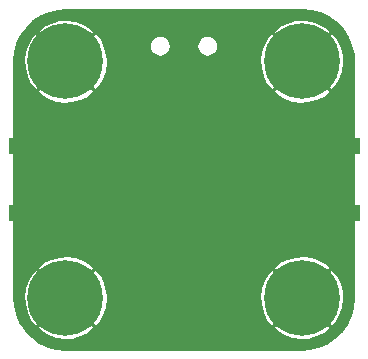
<source format=gbr>
G04 #@! TF.GenerationSoftware,KiCad,Pcbnew,(5.1.2)-1*
G04 #@! TF.CreationDate,2019-06-19T11:16:05+10:00*
G04 #@! TF.ProjectId,Ecal,4563616c-2e6b-4696-9361-645f70636258,rev?*
G04 #@! TF.SameCoordinates,Original*
G04 #@! TF.FileFunction,Copper,L2,Bot*
G04 #@! TF.FilePolarity,Positive*
%FSLAX46Y46*%
G04 Gerber Fmt 4.6, Leading zero omitted, Abs format (unit mm)*
G04 Created by KiCad (PCBNEW (5.1.2)-1) date 2019-06-19 11:16:05*
%MOMM*%
%LPD*%
G04 APERTURE LIST*
%ADD10C,0.600000*%
%ADD11R,4.200000X1.350000*%
%ADD12C,0.800000*%
%ADD13C,6.400000*%
%ADD14C,0.250000*%
G04 APERTURE END LIST*
D10*
X95300000Y-119250000D03*
X94300000Y-119250000D03*
X94300000Y-120250000D03*
X95300000Y-120250000D03*
X94800000Y-119750000D03*
D11*
X112800000Y-122825000D03*
X112800000Y-117175000D03*
X87300000Y-117175000D03*
X87300000Y-122825000D03*
D12*
X111697056Y-128302944D03*
X110000000Y-127600000D03*
X108302944Y-128302944D03*
X107600000Y-130000000D03*
X108302944Y-131697056D03*
X110000000Y-132400000D03*
X111697056Y-131697056D03*
X112400000Y-130000000D03*
D13*
X110000000Y-130000000D03*
D12*
X91697056Y-128302944D03*
X90000000Y-127600000D03*
X88302944Y-128302944D03*
X87600000Y-130000000D03*
X88302944Y-131697056D03*
X90000000Y-132400000D03*
X91697056Y-131697056D03*
X92400000Y-130000000D03*
D13*
X90000000Y-130000000D03*
D12*
X91697056Y-108302944D03*
X90000000Y-107600000D03*
X88302944Y-108302944D03*
X87600000Y-110000000D03*
X88302944Y-111697056D03*
X90000000Y-112400000D03*
X91697056Y-111697056D03*
X92400000Y-110000000D03*
D13*
X90000000Y-110000000D03*
D12*
X111697056Y-108302944D03*
X110000000Y-107600000D03*
X108302944Y-108302944D03*
X107600000Y-110000000D03*
X108302944Y-111697056D03*
X110000000Y-112400000D03*
X111697056Y-111697056D03*
X112400000Y-110000000D03*
D13*
X110000000Y-110000000D03*
D12*
X104000000Y-106600000D03*
X101200000Y-106600000D03*
X98800000Y-106600000D03*
X96000000Y-106600000D03*
D10*
X94000000Y-133000000D03*
X97000000Y-133000000D03*
X100000000Y-133000000D03*
X103000000Y-133000000D03*
X106000000Y-133000000D03*
X100000000Y-127000000D03*
X97000000Y-127000000D03*
X94000000Y-127000000D03*
X103000000Y-127000000D03*
X106000000Y-127000000D03*
X97000000Y-130000000D03*
X106000000Y-130000000D03*
X103000000Y-130000000D03*
X100000000Y-130000000D03*
X94000000Y-130000000D03*
X106000000Y-124000000D03*
X103000000Y-124000000D03*
X100000000Y-124000000D03*
X97000000Y-124000000D03*
X94000000Y-124000000D03*
X94000000Y-115000000D03*
X94000000Y-112000000D03*
X97000000Y-112000000D03*
X91000000Y-115000000D03*
X88000000Y-115000000D03*
X91000000Y-118000000D03*
X91000000Y-124000000D03*
X109000000Y-124000000D03*
X109000000Y-115000000D03*
X112000000Y-115000000D03*
X110500000Y-121000000D03*
X109750000Y-121000000D03*
X109000000Y-121000000D03*
X108250000Y-121000000D03*
X107500000Y-121000000D03*
X106750000Y-121000000D03*
X106000000Y-121000000D03*
X105250000Y-121000000D03*
X103000000Y-121000000D03*
X103750000Y-121000000D03*
X104500000Y-121000000D03*
X105250000Y-119000000D03*
X103000000Y-119000000D03*
X110500000Y-119000000D03*
X108250000Y-119000000D03*
X109000000Y-119000000D03*
X104500000Y-119000000D03*
X103750000Y-119000000D03*
X109750000Y-119000000D03*
X107500000Y-119000000D03*
X106750000Y-119000000D03*
X106000000Y-119000000D03*
X102250000Y-119000000D03*
X101400000Y-119150000D03*
X100900000Y-119650000D03*
X100400000Y-120150000D03*
X99900000Y-120650000D03*
X99400000Y-121150000D03*
X102450000Y-121450000D03*
X101950000Y-121950000D03*
X101450000Y-122450000D03*
X100950000Y-122950000D03*
X100250000Y-123250000D03*
X99500000Y-123500000D03*
X98750000Y-123500000D03*
X98000000Y-123500000D03*
X98750000Y-121250000D03*
X98000000Y-121250000D03*
X95500000Y-123100000D03*
X94750000Y-122500000D03*
X113750000Y-117500000D03*
X112250000Y-117500000D03*
X110750000Y-117500000D03*
X111500000Y-117500000D03*
X113000000Y-117500000D03*
X95050000Y-115250000D03*
X105000000Y-115200000D03*
X98700000Y-110400000D03*
X99600000Y-117300000D03*
X102100000Y-115100000D03*
X102100000Y-116100000D03*
X100700000Y-113500000D03*
X99500000Y-113500000D03*
X102100000Y-117200000D03*
X114500000Y-117500000D03*
X110750000Y-122500000D03*
X113000000Y-122500000D03*
X114500000Y-122500000D03*
X112250000Y-122500000D03*
X111500000Y-122500000D03*
X113750000Y-122500000D03*
X85500000Y-122500000D03*
X88500000Y-122500000D03*
X89250000Y-122500000D03*
X87000000Y-122500000D03*
X87750000Y-122500000D03*
X86250000Y-122500000D03*
X87000000Y-117500000D03*
X88500000Y-117500000D03*
X87750000Y-117500000D03*
X89250000Y-117500000D03*
X85500000Y-117500000D03*
X86250000Y-117500000D03*
X98600000Y-116500000D03*
X106000000Y-112000000D03*
X106000000Y-109000000D03*
X94000000Y-109000000D03*
D14*
G36*
X110769864Y-105721292D02*
G01*
X111515389Y-105925245D01*
X112213013Y-106257995D01*
X112840689Y-106709026D01*
X113378579Y-107264085D01*
X113809671Y-107905618D01*
X114120345Y-108613354D01*
X114301980Y-109369917D01*
X114350000Y-110023829D01*
X114350001Y-129971038D01*
X114278708Y-130769865D01*
X114074755Y-131515389D01*
X113742005Y-132213013D01*
X113290972Y-132840692D01*
X112735916Y-133378579D01*
X112094383Y-133809670D01*
X111386650Y-134120344D01*
X110630083Y-134301980D01*
X109976171Y-134350000D01*
X90028951Y-134350000D01*
X89230135Y-134278708D01*
X88484611Y-134074755D01*
X87786987Y-133742005D01*
X87159308Y-133290972D01*
X86621421Y-132735916D01*
X86448300Y-132478283D01*
X87525253Y-132478283D01*
X87887570Y-132911763D01*
X88496217Y-133267929D01*
X89162653Y-133498510D01*
X89861267Y-133594645D01*
X90565213Y-133552640D01*
X91247438Y-133374110D01*
X91881725Y-133065914D01*
X92112430Y-132911763D01*
X92474747Y-132478283D01*
X107525253Y-132478283D01*
X107887570Y-132911763D01*
X108496217Y-133267929D01*
X109162653Y-133498510D01*
X109861267Y-133594645D01*
X110565213Y-133552640D01*
X111247438Y-133374110D01*
X111881725Y-133065914D01*
X112112430Y-132911763D01*
X112474747Y-132478283D01*
X110000000Y-130003536D01*
X107525253Y-132478283D01*
X92474747Y-132478283D01*
X90000000Y-130003536D01*
X87525253Y-132478283D01*
X86448300Y-132478283D01*
X86190330Y-132094383D01*
X85879656Y-131386650D01*
X85698020Y-130630083D01*
X85650000Y-129976171D01*
X85650000Y-129861267D01*
X86405355Y-129861267D01*
X86447360Y-130565213D01*
X86625890Y-131247438D01*
X86934086Y-131881725D01*
X87088237Y-132112430D01*
X87521717Y-132474747D01*
X89996464Y-130000000D01*
X90003536Y-130000000D01*
X92478283Y-132474747D01*
X92911763Y-132112430D01*
X93267929Y-131503783D01*
X93498510Y-130837347D01*
X93594645Y-130138733D01*
X93578089Y-129861267D01*
X106405355Y-129861267D01*
X106447360Y-130565213D01*
X106625890Y-131247438D01*
X106934086Y-131881725D01*
X107088237Y-132112430D01*
X107521717Y-132474747D01*
X109996464Y-130000000D01*
X110003536Y-130000000D01*
X112478283Y-132474747D01*
X112911763Y-132112430D01*
X113267929Y-131503783D01*
X113498510Y-130837347D01*
X113594645Y-130138733D01*
X113552640Y-129434787D01*
X113374110Y-128752562D01*
X113065914Y-128118275D01*
X112911763Y-127887570D01*
X112478283Y-127525253D01*
X110003536Y-130000000D01*
X109996464Y-130000000D01*
X107521717Y-127525253D01*
X107088237Y-127887570D01*
X106732071Y-128496217D01*
X106501490Y-129162653D01*
X106405355Y-129861267D01*
X93578089Y-129861267D01*
X93552640Y-129434787D01*
X93374110Y-128752562D01*
X93065914Y-128118275D01*
X92911763Y-127887570D01*
X92478283Y-127525253D01*
X90003536Y-130000000D01*
X89996464Y-130000000D01*
X87521717Y-127525253D01*
X87088237Y-127887570D01*
X86732071Y-128496217D01*
X86501490Y-129162653D01*
X86405355Y-129861267D01*
X85650000Y-129861267D01*
X85650000Y-127521717D01*
X87525253Y-127521717D01*
X90000000Y-129996464D01*
X92474747Y-127521717D01*
X107525253Y-127521717D01*
X110000000Y-129996464D01*
X112474747Y-127521717D01*
X112112430Y-127088237D01*
X111503783Y-126732071D01*
X110837347Y-126501490D01*
X110138733Y-126405355D01*
X109434787Y-126447360D01*
X108752562Y-126625890D01*
X108118275Y-126934086D01*
X107887570Y-127088237D01*
X107525253Y-127521717D01*
X92474747Y-127521717D01*
X92112430Y-127088237D01*
X91503783Y-126732071D01*
X90837347Y-126501490D01*
X90138733Y-126405355D01*
X89434787Y-126447360D01*
X88752562Y-126625890D01*
X88118275Y-126934086D01*
X87887570Y-127088237D01*
X87525253Y-127521717D01*
X85650000Y-127521717D01*
X85650000Y-112478283D01*
X87525253Y-112478283D01*
X87887570Y-112911763D01*
X88496217Y-113267929D01*
X89162653Y-113498510D01*
X89861267Y-113594645D01*
X90565213Y-113552640D01*
X91247438Y-113374110D01*
X91881725Y-113065914D01*
X92112430Y-112911763D01*
X92474747Y-112478283D01*
X107525253Y-112478283D01*
X107887570Y-112911763D01*
X108496217Y-113267929D01*
X109162653Y-113498510D01*
X109861267Y-113594645D01*
X110565213Y-113552640D01*
X111247438Y-113374110D01*
X111881725Y-113065914D01*
X112112430Y-112911763D01*
X112474747Y-112478283D01*
X110000000Y-110003536D01*
X107525253Y-112478283D01*
X92474747Y-112478283D01*
X90000000Y-110003536D01*
X87525253Y-112478283D01*
X85650000Y-112478283D01*
X85650000Y-110028951D01*
X85664965Y-109861267D01*
X86405355Y-109861267D01*
X86447360Y-110565213D01*
X86625890Y-111247438D01*
X86934086Y-111881725D01*
X87088237Y-112112430D01*
X87521717Y-112474747D01*
X89996464Y-110000000D01*
X90003536Y-110000000D01*
X92478283Y-112474747D01*
X92911763Y-112112430D01*
X93267929Y-111503783D01*
X93498510Y-110837347D01*
X93594645Y-110138733D01*
X93578089Y-109861267D01*
X106405355Y-109861267D01*
X106447360Y-110565213D01*
X106625890Y-111247438D01*
X106934086Y-111881725D01*
X107088237Y-112112430D01*
X107521717Y-112474747D01*
X109996464Y-110000000D01*
X110003536Y-110000000D01*
X112478283Y-112474747D01*
X112911763Y-112112430D01*
X113267929Y-111503783D01*
X113498510Y-110837347D01*
X113594645Y-110138733D01*
X113552640Y-109434787D01*
X113374110Y-108752562D01*
X113065914Y-108118275D01*
X112911763Y-107887570D01*
X112478283Y-107525253D01*
X110003536Y-110000000D01*
X109996464Y-110000000D01*
X107521717Y-107525253D01*
X107088237Y-107887570D01*
X106732071Y-108496217D01*
X106501490Y-109162653D01*
X106405355Y-109861267D01*
X93578089Y-109861267D01*
X93552640Y-109434787D01*
X93374110Y-108752562D01*
X93294586Y-108588895D01*
X97075000Y-108588895D01*
X97075000Y-108771105D01*
X97110547Y-108949813D01*
X97180275Y-109118152D01*
X97281505Y-109269653D01*
X97410347Y-109398495D01*
X97561848Y-109499725D01*
X97730187Y-109569453D01*
X97908895Y-109605000D01*
X98091105Y-109605000D01*
X98269813Y-109569453D01*
X98438152Y-109499725D01*
X98589653Y-109398495D01*
X98718495Y-109269653D01*
X98819725Y-109118152D01*
X98889453Y-108949813D01*
X98925000Y-108771105D01*
X98925000Y-108588895D01*
X101075000Y-108588895D01*
X101075000Y-108771105D01*
X101110547Y-108949813D01*
X101180275Y-109118152D01*
X101281505Y-109269653D01*
X101410347Y-109398495D01*
X101561848Y-109499725D01*
X101730187Y-109569453D01*
X101908895Y-109605000D01*
X102091105Y-109605000D01*
X102269813Y-109569453D01*
X102438152Y-109499725D01*
X102589653Y-109398495D01*
X102718495Y-109269653D01*
X102819725Y-109118152D01*
X102889453Y-108949813D01*
X102925000Y-108771105D01*
X102925000Y-108588895D01*
X102889453Y-108410187D01*
X102819725Y-108241848D01*
X102718495Y-108090347D01*
X102589653Y-107961505D01*
X102438152Y-107860275D01*
X102269813Y-107790547D01*
X102091105Y-107755000D01*
X101908895Y-107755000D01*
X101730187Y-107790547D01*
X101561848Y-107860275D01*
X101410347Y-107961505D01*
X101281505Y-108090347D01*
X101180275Y-108241848D01*
X101110547Y-108410187D01*
X101075000Y-108588895D01*
X98925000Y-108588895D01*
X98889453Y-108410187D01*
X98819725Y-108241848D01*
X98718495Y-108090347D01*
X98589653Y-107961505D01*
X98438152Y-107860275D01*
X98269813Y-107790547D01*
X98091105Y-107755000D01*
X97908895Y-107755000D01*
X97730187Y-107790547D01*
X97561848Y-107860275D01*
X97410347Y-107961505D01*
X97281505Y-108090347D01*
X97180275Y-108241848D01*
X97110547Y-108410187D01*
X97075000Y-108588895D01*
X93294586Y-108588895D01*
X93065914Y-108118275D01*
X92911763Y-107887570D01*
X92478283Y-107525253D01*
X90003536Y-110000000D01*
X89996464Y-110000000D01*
X87521717Y-107525253D01*
X87088237Y-107887570D01*
X86732071Y-108496217D01*
X86501490Y-109162653D01*
X86405355Y-109861267D01*
X85664965Y-109861267D01*
X85721292Y-109230136D01*
X85925245Y-108484611D01*
X86257995Y-107786987D01*
X86448610Y-107521717D01*
X87525253Y-107521717D01*
X90000000Y-109996464D01*
X92474747Y-107521717D01*
X107525253Y-107521717D01*
X110000000Y-109996464D01*
X112474747Y-107521717D01*
X112112430Y-107088237D01*
X111503783Y-106732071D01*
X110837347Y-106501490D01*
X110138733Y-106405355D01*
X109434787Y-106447360D01*
X108752562Y-106625890D01*
X108118275Y-106934086D01*
X107887570Y-107088237D01*
X107525253Y-107521717D01*
X92474747Y-107521717D01*
X92112430Y-107088237D01*
X91503783Y-106732071D01*
X90837347Y-106501490D01*
X90138733Y-106405355D01*
X89434787Y-106447360D01*
X88752562Y-106625890D01*
X88118275Y-106934086D01*
X87887570Y-107088237D01*
X87525253Y-107521717D01*
X86448610Y-107521717D01*
X86709026Y-107159311D01*
X87264085Y-106621421D01*
X87905618Y-106190329D01*
X88613354Y-105879655D01*
X89369917Y-105698020D01*
X90023829Y-105650000D01*
X109971049Y-105650000D01*
X110769864Y-105721292D01*
X110769864Y-105721292D01*
G37*
X110769864Y-105721292D02*
X111515389Y-105925245D01*
X112213013Y-106257995D01*
X112840689Y-106709026D01*
X113378579Y-107264085D01*
X113809671Y-107905618D01*
X114120345Y-108613354D01*
X114301980Y-109369917D01*
X114350000Y-110023829D01*
X114350001Y-129971038D01*
X114278708Y-130769865D01*
X114074755Y-131515389D01*
X113742005Y-132213013D01*
X113290972Y-132840692D01*
X112735916Y-133378579D01*
X112094383Y-133809670D01*
X111386650Y-134120344D01*
X110630083Y-134301980D01*
X109976171Y-134350000D01*
X90028951Y-134350000D01*
X89230135Y-134278708D01*
X88484611Y-134074755D01*
X87786987Y-133742005D01*
X87159308Y-133290972D01*
X86621421Y-132735916D01*
X86448300Y-132478283D01*
X87525253Y-132478283D01*
X87887570Y-132911763D01*
X88496217Y-133267929D01*
X89162653Y-133498510D01*
X89861267Y-133594645D01*
X90565213Y-133552640D01*
X91247438Y-133374110D01*
X91881725Y-133065914D01*
X92112430Y-132911763D01*
X92474747Y-132478283D01*
X107525253Y-132478283D01*
X107887570Y-132911763D01*
X108496217Y-133267929D01*
X109162653Y-133498510D01*
X109861267Y-133594645D01*
X110565213Y-133552640D01*
X111247438Y-133374110D01*
X111881725Y-133065914D01*
X112112430Y-132911763D01*
X112474747Y-132478283D01*
X110000000Y-130003536D01*
X107525253Y-132478283D01*
X92474747Y-132478283D01*
X90000000Y-130003536D01*
X87525253Y-132478283D01*
X86448300Y-132478283D01*
X86190330Y-132094383D01*
X85879656Y-131386650D01*
X85698020Y-130630083D01*
X85650000Y-129976171D01*
X85650000Y-129861267D01*
X86405355Y-129861267D01*
X86447360Y-130565213D01*
X86625890Y-131247438D01*
X86934086Y-131881725D01*
X87088237Y-132112430D01*
X87521717Y-132474747D01*
X89996464Y-130000000D01*
X90003536Y-130000000D01*
X92478283Y-132474747D01*
X92911763Y-132112430D01*
X93267929Y-131503783D01*
X93498510Y-130837347D01*
X93594645Y-130138733D01*
X93578089Y-129861267D01*
X106405355Y-129861267D01*
X106447360Y-130565213D01*
X106625890Y-131247438D01*
X106934086Y-131881725D01*
X107088237Y-132112430D01*
X107521717Y-132474747D01*
X109996464Y-130000000D01*
X110003536Y-130000000D01*
X112478283Y-132474747D01*
X112911763Y-132112430D01*
X113267929Y-131503783D01*
X113498510Y-130837347D01*
X113594645Y-130138733D01*
X113552640Y-129434787D01*
X113374110Y-128752562D01*
X113065914Y-128118275D01*
X112911763Y-127887570D01*
X112478283Y-127525253D01*
X110003536Y-130000000D01*
X109996464Y-130000000D01*
X107521717Y-127525253D01*
X107088237Y-127887570D01*
X106732071Y-128496217D01*
X106501490Y-129162653D01*
X106405355Y-129861267D01*
X93578089Y-129861267D01*
X93552640Y-129434787D01*
X93374110Y-128752562D01*
X93065914Y-128118275D01*
X92911763Y-127887570D01*
X92478283Y-127525253D01*
X90003536Y-130000000D01*
X89996464Y-130000000D01*
X87521717Y-127525253D01*
X87088237Y-127887570D01*
X86732071Y-128496217D01*
X86501490Y-129162653D01*
X86405355Y-129861267D01*
X85650000Y-129861267D01*
X85650000Y-127521717D01*
X87525253Y-127521717D01*
X90000000Y-129996464D01*
X92474747Y-127521717D01*
X107525253Y-127521717D01*
X110000000Y-129996464D01*
X112474747Y-127521717D01*
X112112430Y-127088237D01*
X111503783Y-126732071D01*
X110837347Y-126501490D01*
X110138733Y-126405355D01*
X109434787Y-126447360D01*
X108752562Y-126625890D01*
X108118275Y-126934086D01*
X107887570Y-127088237D01*
X107525253Y-127521717D01*
X92474747Y-127521717D01*
X92112430Y-127088237D01*
X91503783Y-126732071D01*
X90837347Y-126501490D01*
X90138733Y-126405355D01*
X89434787Y-126447360D01*
X88752562Y-126625890D01*
X88118275Y-126934086D01*
X87887570Y-127088237D01*
X87525253Y-127521717D01*
X85650000Y-127521717D01*
X85650000Y-112478283D01*
X87525253Y-112478283D01*
X87887570Y-112911763D01*
X88496217Y-113267929D01*
X89162653Y-113498510D01*
X89861267Y-113594645D01*
X90565213Y-113552640D01*
X91247438Y-113374110D01*
X91881725Y-113065914D01*
X92112430Y-112911763D01*
X92474747Y-112478283D01*
X107525253Y-112478283D01*
X107887570Y-112911763D01*
X108496217Y-113267929D01*
X109162653Y-113498510D01*
X109861267Y-113594645D01*
X110565213Y-113552640D01*
X111247438Y-113374110D01*
X111881725Y-113065914D01*
X112112430Y-112911763D01*
X112474747Y-112478283D01*
X110000000Y-110003536D01*
X107525253Y-112478283D01*
X92474747Y-112478283D01*
X90000000Y-110003536D01*
X87525253Y-112478283D01*
X85650000Y-112478283D01*
X85650000Y-110028951D01*
X85664965Y-109861267D01*
X86405355Y-109861267D01*
X86447360Y-110565213D01*
X86625890Y-111247438D01*
X86934086Y-111881725D01*
X87088237Y-112112430D01*
X87521717Y-112474747D01*
X89996464Y-110000000D01*
X90003536Y-110000000D01*
X92478283Y-112474747D01*
X92911763Y-112112430D01*
X93267929Y-111503783D01*
X93498510Y-110837347D01*
X93594645Y-110138733D01*
X93578089Y-109861267D01*
X106405355Y-109861267D01*
X106447360Y-110565213D01*
X106625890Y-111247438D01*
X106934086Y-111881725D01*
X107088237Y-112112430D01*
X107521717Y-112474747D01*
X109996464Y-110000000D01*
X110003536Y-110000000D01*
X112478283Y-112474747D01*
X112911763Y-112112430D01*
X113267929Y-111503783D01*
X113498510Y-110837347D01*
X113594645Y-110138733D01*
X113552640Y-109434787D01*
X113374110Y-108752562D01*
X113065914Y-108118275D01*
X112911763Y-107887570D01*
X112478283Y-107525253D01*
X110003536Y-110000000D01*
X109996464Y-110000000D01*
X107521717Y-107525253D01*
X107088237Y-107887570D01*
X106732071Y-108496217D01*
X106501490Y-109162653D01*
X106405355Y-109861267D01*
X93578089Y-109861267D01*
X93552640Y-109434787D01*
X93374110Y-108752562D01*
X93294586Y-108588895D01*
X97075000Y-108588895D01*
X97075000Y-108771105D01*
X97110547Y-108949813D01*
X97180275Y-109118152D01*
X97281505Y-109269653D01*
X97410347Y-109398495D01*
X97561848Y-109499725D01*
X97730187Y-109569453D01*
X97908895Y-109605000D01*
X98091105Y-109605000D01*
X98269813Y-109569453D01*
X98438152Y-109499725D01*
X98589653Y-109398495D01*
X98718495Y-109269653D01*
X98819725Y-109118152D01*
X98889453Y-108949813D01*
X98925000Y-108771105D01*
X98925000Y-108588895D01*
X101075000Y-108588895D01*
X101075000Y-108771105D01*
X101110547Y-108949813D01*
X101180275Y-109118152D01*
X101281505Y-109269653D01*
X101410347Y-109398495D01*
X101561848Y-109499725D01*
X101730187Y-109569453D01*
X101908895Y-109605000D01*
X102091105Y-109605000D01*
X102269813Y-109569453D01*
X102438152Y-109499725D01*
X102589653Y-109398495D01*
X102718495Y-109269653D01*
X102819725Y-109118152D01*
X102889453Y-108949813D01*
X102925000Y-108771105D01*
X102925000Y-108588895D01*
X102889453Y-108410187D01*
X102819725Y-108241848D01*
X102718495Y-108090347D01*
X102589653Y-107961505D01*
X102438152Y-107860275D01*
X102269813Y-107790547D01*
X102091105Y-107755000D01*
X101908895Y-107755000D01*
X101730187Y-107790547D01*
X101561848Y-107860275D01*
X101410347Y-107961505D01*
X101281505Y-108090347D01*
X101180275Y-108241848D01*
X101110547Y-108410187D01*
X101075000Y-108588895D01*
X98925000Y-108588895D01*
X98889453Y-108410187D01*
X98819725Y-108241848D01*
X98718495Y-108090347D01*
X98589653Y-107961505D01*
X98438152Y-107860275D01*
X98269813Y-107790547D01*
X98091105Y-107755000D01*
X97908895Y-107755000D01*
X97730187Y-107790547D01*
X97561848Y-107860275D01*
X97410347Y-107961505D01*
X97281505Y-108090347D01*
X97180275Y-108241848D01*
X97110547Y-108410187D01*
X97075000Y-108588895D01*
X93294586Y-108588895D01*
X93065914Y-108118275D01*
X92911763Y-107887570D01*
X92478283Y-107525253D01*
X90003536Y-110000000D01*
X89996464Y-110000000D01*
X87521717Y-107525253D01*
X87088237Y-107887570D01*
X86732071Y-108496217D01*
X86501490Y-109162653D01*
X86405355Y-109861267D01*
X85664965Y-109861267D01*
X85721292Y-109230136D01*
X85925245Y-108484611D01*
X86257995Y-107786987D01*
X86448610Y-107521717D01*
X87525253Y-107521717D01*
X90000000Y-109996464D01*
X92474747Y-107521717D01*
X107525253Y-107521717D01*
X110000000Y-109996464D01*
X112474747Y-107521717D01*
X112112430Y-107088237D01*
X111503783Y-106732071D01*
X110837347Y-106501490D01*
X110138733Y-106405355D01*
X109434787Y-106447360D01*
X108752562Y-106625890D01*
X108118275Y-106934086D01*
X107887570Y-107088237D01*
X107525253Y-107521717D01*
X92474747Y-107521717D01*
X92112430Y-107088237D01*
X91503783Y-106732071D01*
X90837347Y-106501490D01*
X90138733Y-106405355D01*
X89434787Y-106447360D01*
X88752562Y-106625890D01*
X88118275Y-106934086D01*
X87887570Y-107088237D01*
X87525253Y-107521717D01*
X86448610Y-107521717D01*
X86709026Y-107159311D01*
X87264085Y-106621421D01*
X87905618Y-106190329D01*
X88613354Y-105879655D01*
X89369917Y-105698020D01*
X90023829Y-105650000D01*
X109971049Y-105650000D01*
X110769864Y-105721292D01*
M02*

</source>
